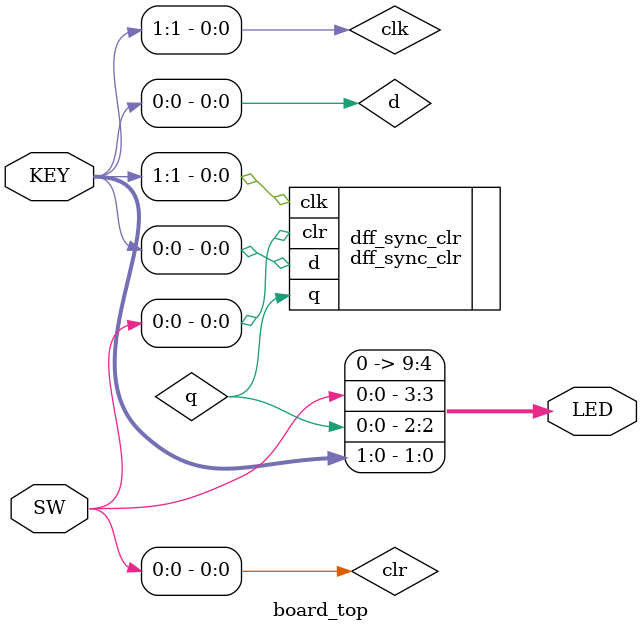
<source format=v>
module board_top
(
    input  [ 1:0] KEY,
    input  [ 9:0] SW,
    output [ 9:0] LED
);
    wire d     = KEY[0];
    wire clk   = KEY[1];
    wire clr   = SW [0];
    wire q;

    dff_sync_clr dff_sync_clr
    (
        .clk   ( clk   ),
        .clr   ( clr   ),
        .d     ( d     ),
        .q     ( q     )
    );

    assign LED[9:0] = { 6'b0, clr, q, clk, d };

endmodule

</source>
